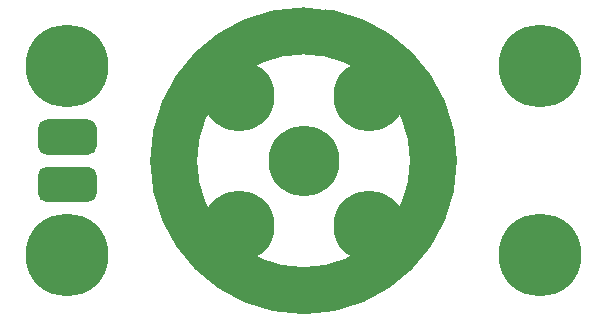
<source format=gts>
G04 #@! TF.GenerationSoftware,KiCad,Pcbnew,5.1.9+dfsg1-1*
G04 #@! TF.CreationDate,2023-01-27T15:43:24+09:00*
G04 #@! TF.ProjectId,top,746f702e-6b69-4636-9164-5f7063625858,rev?*
G04 #@! TF.SameCoordinates,Original*
G04 #@! TF.FileFunction,Soldermask,Top*
G04 #@! TF.FilePolarity,Negative*
%FSLAX46Y46*%
G04 Gerber Fmt 4.6, Leading zero omitted, Abs format (unit mm)*
G04 Created by KiCad (PCBNEW 5.1.9+dfsg1-1) date 2023-01-27 15:43:24*
%MOMM*%
%LPD*%
G01*
G04 APERTURE LIST*
%ADD10C,4.000000*%
%ADD11C,7.000000*%
%ADD12C,6.000000*%
G04 APERTURE END LIST*
D10*
X146000000Y-93000000D02*
G75*
G03*
X146000000Y-93000000I-11000000J0D01*
G01*
G36*
G01*
X116750000Y-96500000D02*
X113250000Y-96500000D01*
G75*
G02*
X112500000Y-95750000I0J750000D01*
G01*
X112500000Y-94250000D01*
G75*
G02*
X113250000Y-93500000I750000J0D01*
G01*
X116750000Y-93500000D01*
G75*
G02*
X117500000Y-94250000I0J-750000D01*
G01*
X117500000Y-95750000D01*
G75*
G02*
X116750000Y-96500000I-750000J0D01*
G01*
G37*
G36*
G01*
X116750000Y-92500000D02*
X113250000Y-92500000D01*
G75*
G02*
X112500000Y-91750000I0J750000D01*
G01*
X112500000Y-90250000D01*
G75*
G02*
X113250000Y-89500000I750000J0D01*
G01*
X116750000Y-89500000D01*
G75*
G02*
X117500000Y-90250000I0J-750000D01*
G01*
X117500000Y-91750000D01*
G75*
G02*
X116750000Y-92500000I-750000J0D01*
G01*
G37*
D11*
X155000000Y-101000000D03*
X115000000Y-85000000D03*
X115000000Y-101000000D03*
X155000000Y-85000000D03*
D12*
X140500000Y-87500000D03*
X140500000Y-98500000D03*
X129500000Y-98500000D03*
X129500000Y-87500000D03*
X135000000Y-93000000D03*
M02*

</source>
